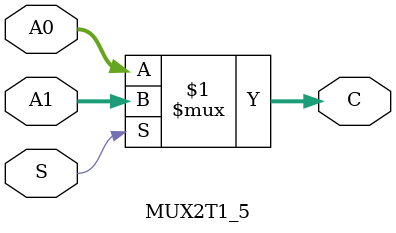
<source format=v>
`timescale 1ns / 1ps
module MUX2T1_5(
	input [4:0]A0,
	input [4:0]A1,
	input S,
	output [4:0]C
    );
assign C=(S)?A1:A0;

endmodule

</source>
